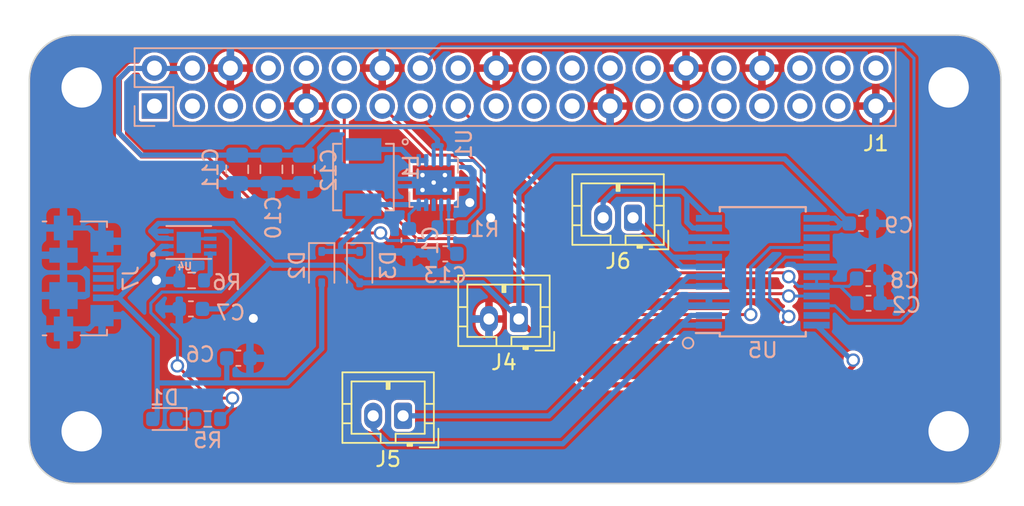
<source format=kicad_pcb>
(kicad_pcb (version 20221018) (generator pcbnew)
  (title_block (date "15 nov 2012"))
  (layers (0 "F.Cu" signal) (31 "B.Cu" signal) (34 "B.Paste" user) (35 "F.Paste" user) (36 "B.SilkS" user "B.Silkscreen") (37 "F.SilkS" user "F.Silkscreen") (38 "B.Mask" user) (39 "F.Mask" user) (44 "Edge.Cuts" user))
  (net 0 "")
  (net 1 "GND")
  (net 2 "/GPIO2{slash}SDA1")
  (net 3 "/GPIO3{slash}SCL1")
  (net 4 "/GPIO4{slash}GPCLK0")
  (net 5 "/GPIO14{slash}TXD0")
  (net 6 "/GPIO15{slash}RXD0")
  (net 7 "/GPIO17")
  (net 8 "/GPIO18{slash}PCM.CLK")
  (net 9 "/GPIO27")
  (net 10 "/GPIO22")
  (net 11 "/GPIO23")
  (net 12 "/GPIO26")
  (net 13 "/GPIO24")
  (net 14 "/GPIO10{slash}SPI0.MOSI")
  (net 15 "/GPIO9{slash}SPI0.MISO")
  (net 16 "/GPIO25")
  (net 17 "/GPIO11{slash}SPI0.SCLK")
  (net 18 "/GPIO8{slash}SPI0.CE0")
  (net 19 "/GPIO7{slash}SPI0.CE1")
  (net 20 "/ID_SDA")
  (net 21 "/ID_SCL")
  (net 22 "/GPIO5")
  (net 23 "/GPIO6")
  (net 24 "/GPIO12{slash}PWM0")
  (net 25 "/GPIO13{slash}PWM1")
  (net 26 "/GPIO19{slash}PCM.FS")
  (net 27 "/GPIO16")
  (net 28 "/GPIO20{slash}PCM.DIN")
  (net 29 "/GPIO21{slash}PCM.DOUT")
  (net 30 "+5V")
  (net 31 "+3V3")
  (net 32 "/VBUS")
  (net 33 "+BATT")
  (net 34 "Net-(U1-SS)")
  (net 35 "Net-(D1-K)")
  (net 36 "Net-(D2-K)")
  (net 39 "/MOTORA_OUT1")
  (net 40 "/MOTORA_OUT2")
  (net 41 "/MOTORB_OUT2")
  (net 42 "/MOTORB_OUT1")
  (net 43 "Net-(L1-Pad2)")
  (net 44 "Net-(U1-PG)")
  (net 45 "Net-(U4-STAT)")
  (net 46 "Net-(U4-PROG)")
  (footprint "Connector_JST:JST_PH_B2B-PH-K_1x02_P2.00mm_Vertical" (layer "F.Cu") (at 125.003 95.47 180)
    (fp_text reference "J5" (at 1 -2.9) (layer "F.SilkS"))
    (fp_text value "Conn_01x02")
    (pad "1" thru_hole roundrect (at 0 0 180) (size 1.2 1.75) (drill 0.75) (layers "*.Cu" "*.Mask") (roundrect_rratio 0.2083333333) (net 39 "/MOTORA_OUT1"))
    (pad "2" thru_hole oval (at 2 0 180) (size 1.2 1.75) (drill 0.75) (layers "*.Cu" "*.Mask") (net 40 "/MOTORA_OUT2"))
  )
  (footprint "MountingHole:MountingHole_2.7mm_M2.5" (layer "F.Cu") (at 161.5 73.5)
    (fp_text reference "MH2" hide)
    (fp_text value "MountingHole_2.7mm_M2.5" hide)
    (pad "" np_thru_hole circle locked (at 0 0) (size 2.7 2.7) (drill 2.7) (layers "*.Cu" "*.Mask"))
  )
  (footprint "Connector_JST:JST_PH_B2B-PH-K_1x02_P2.00mm_Vertical" (layer "F.Cu") (at 140.386 82.22 180)
    (fp_text reference "J6" (at 1 -2.9) (layer "F.SilkS"))
    (fp_text value "Conn_01x02")
    (pad "1" thru_hole roundrect (at 0 0 180) (size 1.2 1.75) (drill 0.75) (layers "*.Cu" "*.Mask") (roundrect_rratio 0.2083333333) (net 41 "/MOTORB_OUT2"))
    (pad "2" thru_hole oval (at 2 0 180) (size 1.2 1.75) (drill 0.75) (layers "*.Cu" "*.Mask") (net 42 "/MOTORB_OUT1"))
  )
  (footprint "MountingHole:MountingHole_2.7mm_M2.5" (layer "F.Cu") (at 103.5 96.5)
    (fp_text reference "MH3" hide)
    (fp_text value "MountingHole_2.7mm_M2.5" hide)
    (pad "" np_thru_hole circle locked (at 0 0) (size 2.7 2.7) (drill 2.7) (layers "*.Cu" "*.Mask"))
  )
  (footprint "MountingHole:MountingHole_2.7mm_M2.5" (layer "F.Cu") (at 103.5 73.5)
    (fp_text reference "MH1" hide)
    (fp_text value "MountingHole_2.7mm_M2.5" hide)
    (pad "" np_thru_hole circle locked (at 0 0) (size 2.7 2.7) (drill 2.7) (layers "*.Cu" "*.Mask"))
  )
  (footprint "Connector_JST:JST_PH_B2B-PH-K_1x02_P2.00mm_Vertical" (layer "F.Cu") (at 132.75 88.993 180)
    (fp_text reference "J4" (at 1 -2.9) (layer "F.SilkS"))
    (fp_text value "Conn_01x02")
    (pad "1" thru_hole roundrect (at 0 0 180) (size 1.2 1.75) (drill 0.75) (layers "*.Cu" "*.Mask") (roundrect_rratio 0.2083333333) (net 33 "+BATT"))
    (pad "2" thru_hole oval (at 2 0 180) (size 1.2 1.75) (drill 0.75) (layers "*.Cu" "*.Mask") (net 1 "GND"))
  )
  (footprint "MountingHole:MountingHole_2.7mm_M2.5" (layer "F.Cu") (at 161.5 96.5)
    (fp_text reference "MH4" hide)
    (fp_text value "MountingHole_2.7mm_M2.5" hide)
    (pad "" np_thru_hole circle locked (at 0 0) (size 2.7 2.7) (drill 2.7) (layers "*.Cu" "*.Mask"))
  )
  (footprint "Connector_PinSocket_2.54mm:PinSocket_2x20_P2.54mm_Vertical" (layer "B.Cu") (at 108.37 74.747 -90)
    (fp_text reference "J1" (at 2.5 -48.26 -180) (layer "F.SilkS"))
    (fp_text value "GPIO")
    (pad "1" thru_hole rect (at 0 0 270) (size 1.7 1.7) (drill 1) (layers "*.Cu" "*.Mask"))
    (pad "2" thru_hole oval (at -2.54 0 270) (size 1.7 1.7) (drill 1) (layers "*.Cu" "*.Mask") (net 30 "+5V"))
    (pad "3" thru_hole oval (at 0 -2.54 270) (size 1.7 1.7) (drill 1) (layers "*.Cu" "*.Mask") (net 2 "/GPIO2{slash}SDA1"))
    (pad "4" thru_hole oval (at -2.54 -2.54 270) (size 1.7 1.7) (drill 1) (layers "*.Cu" "*.Mask") (net 30 "+5V"))
    (pad "5" thru_hole oval (at 0 -5.08 270) (size 1.7 1.7) (drill 1) (layers "*.Cu" "*.Mask") (net 3 "/GPIO3{slash}SCL1"))
    (pad "6" thru_hole oval (at -2.54 -5.08 270) (size 1.7 1.7) (drill 1) (layers "*.Cu" "*.Mask") (net 1 "GND"))
    (pad "7" thru_hole oval (at 0 -7.62 270) (size 1.7 1.7) (drill 1) (layers "*.Cu" "*.Mask") (net 4 "/GPIO4{slash}GPCLK0"))
    (pad "8" thru_hole oval (at -2.54 -7.62 270) (size 1.7 1.7) (drill 1) (layers "*.Cu" "*.Mask") (net 5 "/GPIO14{slash}TXD0"))
    (pad "9" thru_hole oval (at 0 -10.16 270) (size 1.7 1.7) (drill 1) (layers "*.Cu" "*.Mask") (net 1 "GND"))
    (pad "10" thru_hole oval (at -2.54 -10.16 270) (size 1.7 1.7) (drill 1) (layers "*.Cu" "*.Mask") (net 6 "/GPIO15{slash}RXD0"))
    (pad "11" thru_hole oval (at 0 -12.7 270) (size 1.7 1.7) (drill 1) (layers "*.Cu" "*.Mask") (net 7 "/GPIO17"))
    (pad "12" thru_hole oval (at -2.54 -12.7 270) (size 1.7 1.7) (drill 1) (layers "*.Cu" "*.Mask") (net 8 "/GPIO18{slash}PCM.CLK"))
    (pad "13" thru_hole oval (at 0 -15.24 270) (size 1.7 1.7) (drill 1) (layers "*.Cu" "*.Mask") (net 9 "/GPIO27"))
    (pad "14" thru_hole oval (at -2.54 -15.24 270) (size 1.7 1.7) (drill 1) (layers "*.Cu" "*.Mask") (net 1 "GND"))
    (pad "15" thru_hole oval (at 0 -17.78 270) (size 1.7 1.7) (drill 1) (layers "*.Cu" "*.Mask") (net 10 "/GPIO22"))
    (pad "16" thru_hole oval (at -2.54 -17.78 270) (size 1.7 1.7) (drill 1) (layers "*.Cu" "*.Mask") (net 11 "/GPIO23"))
    (pad "17" thru_hole oval (at 0 -20.32 270) (size 1.7 1.7) (drill 1) (layers "*.Cu" "*.Mask") (net 31 "+3V3"))
    (pad "18" thru_hole oval (at -2.54 -20.32 270) (size 1.7 1.7) (drill 1) (layers "*.Cu" "*.Mask") (net 13 "/GPIO24"))
    (pad "19" thru_hole oval (at 0 -22.86 270) (size 1.7 1.7) (drill 1) (layers "*.Cu" "*.Mask") (net 14 "/GPIO10{slash}SPI0.MOSI"))
    (pad "20" thru_hole oval (at -2.54 -22.86 270) (size 1.7 1.7) (drill 1) (layers "*.Cu" "*.Mask") (net 1 "GND"))
    (pad "21" thru_hole oval (at 0 -25.4 270) (size 1.7 1.7) (drill 1) (layers "*.Cu" "*.Mask") (net 15 "/GPIO9{slash}SPI0.MISO"))
    (pad "22" thru_hole oval (at -2.54 -25.4 270) (size 1.7 1.7) (drill 1) (layers "*.Cu" "*.Mask") (net 16 "/GPIO25"))
    (pad "23" thru_hole oval (at 0 -27.94 270) (size 1.7 1.7) (drill 1) (layers "*.Cu" "*.Mask") (net 17 "/GPIO11{slash}SPI0.SCLK"))
    (pad "24" thru_hole oval (at -2.54 -27.94 270) (size 1.7 1.7) (drill 1) (layers "*.Cu" "*.Mask") (net 18 "/GPIO8{slash}SPI0.CE0"))
    (pad "25" thru_hole oval (at 0 -30.48 270) (size 1.7 1.7) (drill 1) (layers "*.Cu" "*.Mask") (net 1 "GND"))
    (pad "26" thru_hole oval (at -2.54 -30.48 270) (size 1.7 1.7) (drill 1) (layers "*.Cu" "*.Mask") (net 19 "/GPIO7{slash}SPI0.CE1"))
    (pad "27" thru_hole oval (at 0 -33.02 270) (size 1.7 1.7) (drill 1) (layers "*.Cu" "*.Mask") (net 20 "/ID_SDA"))
    (pad "28" thru_hole oval (at -2.54 -33.02 270) (size 1.7 1.7) (drill 1) (layers "*.Cu" "*.Mask") (net 21 "/ID_SCL"))
    (pad "29" thru_hole oval (at 0 -35.56 270) (size 1.7 1.7) (drill 1) (layers "*.Cu" "*.Mask") (net 22 "/GPIO5"))
    (pad "30" thru_hole oval (at -2.54 -35.56 270) (size 1.7 1.7) (drill 1) (layers "*.Cu" "*.Mask") (net 1 "GND"))
    (pad "31" thru_hole oval (at 0 -38.1 270) (size 1.7 1.7) (drill 1) (layers "*.Cu" "*.Mask") (net 23 "/GPIO6"))
    (pad "32" thru_hole oval (at -2.54 -38.1 270) (size 1.7 1.7) (drill 1) (layers "*.Cu" "*.Mask"))
    (pad "33" thru_hole oval (at 0 -40.64 270) (size 1.7 1.7) (drill 1) (layers "*.Cu" "*.Mask"))
    (pad "34" thru_hole oval (at -2.54 -40.64 270) (size 1.7 1.7) (drill 1) (layers "*.Cu" "*.Mask") (net 1 "GND"))
    (pad "35" thru_hole oval (at 0 -43.18 270) (size 1.7 1.7) (drill 1) (layers "*.Cu" "*.Mask") (net 26 "/GPIO19{slash}PCM.FS"))
    (pad "36" thru_hole oval (at -2.54 -43.18 270) (size 1.7 1.7) (drill 1) (layers "*.Cu" "*.Mask") (net 27 "/GPIO16"))
    (pad "37" thru_hole oval (at 0 -45.72 270) (size 1.7 1.7) (drill 1) (layers "*.Cu" "*.Mask") (net 12 "/GPIO26"))
    (pad "38" thru_hole oval (at -2.54 -45.72 270) (size 1.7 1.7) (drill 1) (layers "*.Cu" "*.Mask") (net 28 "/GPIO20{slash}PCM.DIN"))
    (pad "39" thru_hole oval (at 0 -48.26 270) (size 1.7 1.7) (drill 1) (layers "*.Cu" "*.Mask") (net 1 "GND"))
    (pad "40" thru_hole oval (at -2.54 -48.26 270) (size 1.7 1.7) (drill 1) (layers "*.Cu" "*.Mask") (net 29 "/GPIO21{slash}PCM.DOUT"))
  )
  (footprint "LED_SMD:LED_0603_1608Metric" (layer "B.Cu") (at 109.04 95.682 180)
    (fp_text reference "D1" (at 0 1.43) (layer "B.SilkS") (effects (justify mirror)))
    (fp_text value "LED")
    (pad "1" smd roundrect (at -0.7875 0 180) (size 0.875 0.95) (layers "B.Cu" "B.Paste" "B.Mask") (net 35 "Net-(D1-K)"))
    (pad "2" smd roundrect (at 0.7875 0 180) (size 0.875 0.95) (layers "B.Cu" "B.Paste" "B.Mask") (net 32 "/VBUS"))
  )
  (footprint "Capacitor_SMD:C_0603_1608Metric" (layer "B.Cu") (at 125.4 83.731 90)
    (fp_text reference "C1" (at 0 1.43 90) (layer "B.SilkS") (effects (justify mirror)))
    (fp_text value "22u")
    (pad "1" smd roundrect (at -0.775 0 90) (size 0.9 0.95) (layers "B.Cu" "B.Paste" "B.Mask") (net 1 "GND"))
    (pad "2" smd roundrect (at 0.775 0 90) (size 0.9 0.95) (layers "B.Cu" "B.Paste" "B.Mask") (net 36 "Net-(D2-K)"))
  )
  (footprint "Resistor_SMD:R_0603_1608Metric" (layer "B.Cu") (at 128.131 82.855 180)
    (fp_text reference "R1" (at -2.349 -0.127) (layer "B.SilkS") (effects (justify mirror)))
    (fp_text value "1M")
    (pad "1" smd roundrect (at -0.825 0 180) (size 0.8 0.95) (layers "B.Cu" "B.Paste" "B.Mask") (net 44 "Net-(U1-PG)"))
    (pad "2" smd roundrect (at 0.825 0 180) (size 0.8 0.95) (layers "B.Cu" "B.Paste" "B.Mask") (net 30 "+5V"))
  )
  (footprint "Capacitor_SMD:C_0805_2012Metric" (layer "B.Cu") (at 118.3515 78.979 90)
    (fp_text reference "C12" (at -0.061 1.68 90) (layer "B.SilkS") (effects (justify mirror)))
    (fp_text value "22u")
    (pad "1" smd roundrect (at -0.95 0 90) (size 1 1.45) (layers "B.Cu" "B.Paste" "B.Mask") (net 1 "GND"))
    (pad "2" smd roundrect (at 0.95 0 90) (size 1 1.45) (layers "B.Cu" "B.Paste" "B.Mask") (net 30 "+5V"))
  )
  (footprint "Connector_USB:USB_Micro-B_Molex_47346-0001" (layer "B.Cu") (at 103.486 86.277 90)
    (fp_text reference "J7" (at 0 3.3 90) (layer "B.SilkS") (effects (justify mirror)))
    (fp_text value "USB_B_Micro")
    (pad "1" smd rect (at -1.3 1.46 90) (size 0.45 1.38) (layers "B.Cu" "B.Paste" "B.Mask") (net 32 "/VBUS"))
    (pad "2" smd rect (at -0.65 1.46 90) (size 0.45 1.38) (layers "B.Cu" "B.Paste" "B.Mask"))
    (pad "3" smd rect (at 0 1.46 90) (size 0.45 1.38) (layers "B.Cu" "B.Paste" "B.Mask"))
    (pad "4" smd rect (at 0.65 1.46 90) (size 0.45 1.38) (layers "B.Cu" "B.Paste" "B.Mask"))
    (pad "5" smd rect (at 1.3 1.46 90) (size 0.45 1.38) (layers "B.Cu" "B.Paste" "B.Mask") (net 1 "GND"))
    (pad "6" smd rect (at -3.375 -1.2 90) (size 1.65 1.3) (layers "B.Cu" "B.Paste" "B.Mask") (net 1 "GND"))
    (pad "6" smd rect (at -2.4875 1.375 90) (size 1.425 1.55) (layers "B.Cu" "B.Paste" "B.Mask") (net 1 "GND"))
    (pad "6" smd rect (at -1.15 -1.2 90) (size 1.8 1.9) (layers "B.Cu" "B.Paste" "B.Mask") (net 1 "GND"))
    (pad "6" smd rect (at 1.55 -1.2 90) (size 1 1.9) (layers "B.Cu" "B.Paste" "B.Mask") (net 1 "GND"))
    (pad "6" smd rect (at 2.4875 1.375 90) (size 1.425 1.55) (layers "B.Cu" "B.Paste" "B.Mask") (net 1 "GND"))
    (pad "6" smd rect (at 3.375 -1.2 90) (size 1.65 1.3) (layers "B.Cu" "B.Paste" "B.Mask") (net 1 "GND"))
  )
  (footprint "Diode_SMD:D_SOD-323" (layer "B.Cu") (at 122.098 85.522 -90)
    (fp_text reference "D3" (at -0.127 -1.905 90) (layer "B.SilkS") (effects (justify mirror)))
    (fp_text value "D_Schottky")
    (pad "1" smd roundrect (at -1.05 0 270) (size 0.6 0.45) (layers "B.Cu" "B.Paste" "B.Mask") (net 36 "Net-(D2-K)"))
    (pad "2" smd roundrect (at 1.05 0 270) (size 0.6 0.45) (layers "B.Cu" "B.Paste" "B.Mask") (net 33 "+BATT"))
  )
  (footprint "Package_SON:Texas_S-PVSON-N10_ThermalVias" (layer "B.Cu") (at 127.051 79.865 -90)
    (fp_text reference "U1" (at -2.598 -2.032 -270) (layer "B.SilkS") (effects (justify mirror)))
    (fp_text value "TPS61232DRC")
    (pad "1" smd rect (at -1.76 1 270) (size 0.28 0.28) (layers "B.Cu" "B.Paste" "B.Mask") (net 43 "Net-(L1-Pad2)"))
    (pad "1" smd oval (at -1.475 1 270) (size 0.85 0.28) (layers "B.Cu" "B.Paste" "B.Mask") (net 43 "Net-(L1-Pad2)"))
    (pad "2" smd rect (at -1.76 0.5 270) (size 0.28 0.28) (layers "B.Cu" "B.Paste" "B.Mask") (net 43 "Net-(L1-Pad2)"))
    (pad "2" smd oval (at -1.475 0.5 270) (size 0.85 0.28) (layers "B.Cu" "B.Paste" "B.Mask") (net 43 "Net-(L1-Pad2)"))
    (pad "3" smd rect (at -1.76 0 270) (size 0.28 0.28) (layers "B.Cu" "B.Paste" "B.Mask") (net 30 "+5V"))
    (pad "3" smd oval (at -1.475 0 270) (size 0.85 0.28) (layers "B.Cu" "B.Paste" "B.Mask") (net 30 "+5V"))
    (pad "4" smd rect (at -1.76 -0.5 270) (size 0.28 0.28) (layers "B.Cu" "B.Paste" "B.Mask") (net 30 "+5V"))
    (pad "4" smd oval (at -1.475 -0.5 270) (size 0.85 0.28) (layers "B.Cu" "B.Paste" "B.Mask") (net 30 "+5V"))
    (pad "5" smd rect (at -1.76 -1 270) (size 0.28 0.28) (layers "B.Cu" "B.Paste" "B.Mask") (net 44 "Net-(U1-PG)"))
    (pad "5" smd oval (at -1.475 -1 270) (size 0.85 0.28) (layers "B.Cu" "B.Paste" "B.Mask") (net 44 "Net-(U1-PG)"))
    (pad "6" smd oval (at 1.475 -1 270) (size 0.85 0.28) (layers "B.Cu" "B.Paste" "B.Mask") (net 34 "Net-(U1-SS)"))
    (pad "6" smd rect (at 1.76 -1 270) (size 0.28 0.28) (layers "B.Cu" "B.Paste" "B.Mask") (net 34 "Net-(U1-SS)"))
    (pad "7" smd oval (at 1.475 -0.5 270) (size 0.85 0.28) (layers "B.Cu" "B.Paste" "B.Mask") (net 30 "+5V"))
    (pad "7" smd rect (at 1.76 -0.5 270) (size 0.28 0.28) (layers "B.Cu" "B.Paste" "B.Mask") (net 30 "+5V"))
    (pad "8" smd oval (at 1.475 0 270) (size 0.85 0.28) (layers "B.Cu" "B.Paste" "B.Mask"))
    (pad "8" smd rect (at 1.76 0 270) (size 0.28 0.28) (layers "B.Cu" "B.Paste" "B.Mask"))
    (pad "9" smd oval (at 1.475 0.5 270) (size 0.85 0.28) (layers "B.Cu" "B.Paste" "B.Mask") (net 36 "Net-(D2-K)"))
    (pad "9" smd rect (at 1.76 0.5 270) (size 0.28 0.28) (layers "B.Cu" "B.Paste" "B.Mask") (net 36 "Net-(D2-K)"))
    (pad "10" smd oval (at 1.475 1 270) (size 0.85 0.28) (layers "B.Cu" "B.Paste" "B.Mask") (net 36 "Net-(D2-K)"))
    (pad "10" smd rect (at 1.76 1 270) (size 0.28 0.28) (layers "B.Cu" "B.Paste" "B.Mask") (net 36 "Net-(D2-K)"))
    (pad "11" thru_hole circle (at -0.5 -0.75 270) (size 0.6 0.6) (drill 0.3) (layers "*.Cu" "*.Mask") (net 1 "GND"))
    (pad "11" thru_hole circle (at -0.5 0.75 270) (size 0.6 0.6) (drill 0.3) (layers "*.Cu" "*.Mask") (net 1 "GND"))
    (pad "11" smd rect (at -0.45 -0.635 270) (size 0.68 1.05) (layers "B.Cu" "B.Paste" "B.Mask") (net 1 "GND"))
    (pad "11" smd rect (at -0.45 0.635 270) (size 0.68 1.05) (layers "B.Cu" "B.Paste" "B.Mask") (net 1 "GND"))
    (pad "11" smd rect (at -0.25 -1.63 270) (size 0.26 0.5) (layers "B.Cu" "B.Paste" "B.Mask") (net 1 "GND"))
    (pad "11" smd rect (at -0.25 -1.55 270) (size 0.28 0.7) (layers "B.Cu" "B.Mask") (net 1 "GND"))
    (pad "11" smd rect (at -0.25 1.55 270) (size 0.28 0.7) (layers "B.Cu" "B.Mask") (net 1 "GND"))
    (pad "11" smd rect (at -0.25 1.63 270) (size 0.26 0.5) (layers "B.Cu" "B.Paste" "B.Mask") (net 1 "GND"))
    (pad "11" thru_hole circle (at 0 0 270) (size 0.6 0.6) (drill 0.3) (layers "*.Cu" "*.Mask") (net 1 "GND"))
    (pad "11" smd rect (at 0 0 270) (size 1.65 2.4) (layers "B.Cu" "B.Mask") (net 1 "GND"))
    (pad "11" smd rect (at 0 0 270) (size 2.3 2.8) (layers "F.Cu") (net 1 "GND"))
    (pad "11" smd rect (at 0.25 -1.63 270) (size 0.26 0.5) (layers "B.Cu" "B.Paste" "B.Mask") (net 1 "GND"))
    (pad "11" smd rect (at 0.25 -1.55 270) (size 0.28 0.7) (layers "B.Cu" "B.Mask") (net 1 "GND"))
    (pad "11" smd rect (at 0.25 1.55 270) (size 0.28 0.7) (layers "B.Cu" "B.Mask") (net 1 "GND"))
    (pad "11" smd rect (at 0.25 1.63 270) (size 0.26 0.5) (layers "B.Cu" "B.Paste" "B.Mask") (net 1 "GND"))
    (pad "11" smd rect (at 0.45 -0.635 270) (size 0.68 1.05) (layers "B.Cu" "B.Paste" "B.Mask") (net 1 "GND"))
    (pad "11" smd rect (at 0.45 0.635 270) (size 0.68 1.05) (layers "B.Cu" "B.Paste" "B.Mask") (net 1 "GND"))
    (pad "11" thru_hole circle (at 0.5 -0.75 270) (size 0.6 0.6) (drill 0.3) (layers "*.Cu" "*.Mask") (net 1 "GND"))
    (pad "11" thru_hole circle (at 0.5 0.75 270) (size 0.6 0.6) (drill 0.3) (layers "*.Cu" "*.Mask") (net 1 "GND"))
  )
  (footprint "Resistor_SMD:R_0603_1608Metric" (layer "B.Cu") (at 111.938 95.682)
    (fp_text reference "R5" (at 0 1.43) (layer "B.SilkS") (effects (justify mirror)))
    (fp_text value "470R")
    (pad "1" smd roundrect (at -0.825 0) (size 0.8 0.95) (layers "B.Cu" "B.Paste" "B.Mask") (net 35 "Net-(D1-K)"))
    (pad "2" smd roundrect (at 0.825 0) (size 0.8 0.95) (layers "B.Cu" "B.Paste" "B.Mask") (net 45 "Net-(U4-STAT)"))
  )
  (footprint "Package_SO:SSOP-24_5.3x8.2mm_P0.65mm" (layer "B.Cu") (at 149.066 85.832)
    (fp_text reference "U5" (at 0 5.25) (layer "B.SilkS") (effects (justify mirror)))
    (fp_text value "TB6612FNG")
    (pad "1" smd rect (at -3.6 3.575) (size 1.75 0.45) (layers "B.Cu" "B.Paste" "B.Mask") (net 40 "/MOTORA_OUT2"))
    (pad "2" smd rect (at -3.6 2.925) (size 1.75 0.45) (layers "B.Cu" "B.Paste" "B.Mask") (net 40 "/MOTORA_OUT2"))
    (pad "3" smd rect (at -3.6 2.275) (size 1.75 0.45) (layers "B.Cu" "B.Paste" "B.Mask") (net 1 "GND"))
    (pad "4" smd rect (at -3.6 1.625) (size 1.75 0.45) (layers "B.Cu" "B.Paste" "B.Mask") (net 1 "GND"))
    (pad "5" smd rect (at -3.6 0.975) (size 1.75 0.45) (layers "B.Cu" "B.Paste" "B.Mask") (net 39 "/MOTORA_OUT1"))
    (pad "6" smd rect (at -3.6 0.325) (size 1.75 0.45) (layers "B.Cu" "B.Paste" "B.Mask") (net 39 "/MOTORA_OUT1"))
    (pad "7" smd rect (at -3.6 -0.325) (size 1.75 0.45) (layers "B.Cu" "B.Paste" "B.Mask") (net 41 "/MOTORB_OUT2"))
    (pad "8" smd rect (at -3.6 -0.975) (size 1.75 0.45) (layers "B.Cu" "B.Paste" "B.Mask") (net 41 "/MOTORB_OUT2"))
    (pad "9" smd rect (at -3.6 -1.625) (size 1.75 0.45) (layers "B.Cu" "B.Paste" "B.Mask") (net 1 "GND"))
    (pad "10" smd rect (at -3.6 -2.275) (size 1.75 0.45) (layers "B.Cu" "B.Paste" "B.Mask") (net 1 "GND"))
    (pad "11" smd rect (at -3.6 -2.925) (size 1.75 0.45) (layers "B.Cu" "B.Paste" "B.Mask") (net 42 "/MOTORB_OUT1"))
    (pad "12" smd rect (at -3.6 -3.575) (size 1.75 0.45) (layers "B.Cu" "B.Paste" "B.Mask") (net 42 "/MOTORB_OUT1"))
    (pad "13" smd rect (at 3.6 -3.575) (size 1.75 0.45) (layers "B.Cu" "B.Paste" "B.Mask") (net 33 "+BATT"))
    (pad "14" smd rect (at 3.6 -2.925) (size 1.75 0.45) (layers "B.Cu" "B.Paste" "B.Mask") (net 33 "+BATT"))
    (pad "15" smd rect (at 3.6 -2.275) (size 1.75 0.45) (layers "B.Cu" "B.Paste" "B.Mask") (net 25 "/GPIO13{slash}PWM1"))
    (pad "16" smd rect (at 3.6 -1.625) (size 1.75 0.45) (layers "B.Cu" "B.Paste" "B.Mask") (net 9 "/GPIO27"))
    (pad "17" smd rect (at 3.6 -0.975) (size 1.75 0.45) (layers "B.Cu" "B.Paste" "B.Mask") (net 7 "/GPIO17"))
    (pad "18" smd rect (at 3.6 -0.325) (size 1.75 0.45) (layers "B.Cu" "B.Paste" "B.Mask") (net 1 "GND"))
    (pad "19" smd rect (at 3.6 0.325) (size 1.75 0.45) (layers "B.Cu" "B.Paste" "B.Mask") (net 31 "+3V3"))
    (pad "20" smd rect (at 3.6 0.975) (size 1.75 0.45) (layers "B.Cu" "B.Paste" "B.Mask") (net 31 "+3V3"))
    (pad "21" smd rect (at 3.6 1.625) (size 1.75 0.45) (layers "B.Cu" "B.Paste" "B.Mask") (net 10 "/GPIO22"))
    (pad "22" smd rect (at 3.6 2.275) (size 1.75 0.45) (layers "B.Cu" "B.Paste" "B.Mask") (net 11 "/GPIO23"))
    (pad "23" smd rect (at 3.6 2.925) (size 1.75 0.45) (layers "B.Cu" "B.Paste" "B.Mask") (net 24 "/GPIO12{slash}PWM0"))
    (pad "24" smd rect (at 3.6 3.575) (size 1.75 0.45) (layers "B.Cu" "B.Paste" "B.Mask") (net 33 "+BATT"))
  )
  (footprint "Capacitor_SMD:C_0603_1608Metric" (layer "B.Cu") (at 127.826 84.633)
    (fp_text reference "C13" (at 0 1.43 180) (layer "B.SilkS") (effects (justify mirror)))
    (fp_text value "10n")
    (pad "1" smd roundrect (at -0.775 0) (size 0.9 0.95) (layers "B.Cu" "B.Paste" "B.Mask") (net 1 "GND"))
    (pad "2" smd roundrect (at 0.775 0) (size 0.9 0.95) (layers "B.Cu" "B.Paste" "B.Mask") (net 34 "Net-(U1-SS)"))
  )
  (footprint "Capacitor_SMD:C_0805_2012Metric" (layer "B.Cu") (at 116.1925 78.979 90)
    (fp_text reference "C10" (at -3.236 0.127 90) (layer "B.SilkS") (effects (justify mirror)))
    (fp_text value "22u")
    (pad "1" smd roundrect (at -0.95 0 90) (size 1 1.45) (layers "B.Cu" "B.Paste" "B.Mask") (net 1 "GND"))
    (pad "2" smd roundrect (at 0.95 0 90) (size 1 1.45) (layers "B.Cu" "B.Paste" "B.Mask") (net 30 "+5V"))
  )
  (footprint "Diode_SMD:D_SOD-323" (layer "B.Cu") (at 119.558 85.522 -90)
    (fp_text reference "D2" (at -0.127 1.651 90) (layer "B.SilkS") (effects (justify mirror)))
    (fp_text value "D_Schottky")
    (pad "1" smd roundrect (at -1.05 0 270) (size 0.6 0.45) (layers "B.Cu" "B.Paste" "B.Mask") (net 36 "Net-(D2-K)"))
    (pad "2" smd roundrect (at 1.05 0 270) (size 0.6 0.45) (layers "B.Cu" "B.Paste" "B.Mask") (net 32 "/VBUS"))
  )
  (footprint "Kicad_parts:IND_SRP4020TA-1R0M" (layer "B.Cu") (at 122.352 79.498 90)
    (fp_text reference "L1" (at 0.635 3.175 270) (layer "B.SilkS") (effects (justify mirror)))
    (fp_text value "1uH")
    (pad "1" smd rect (at -1.85 0 90) (size 1.5 2.4) (layers "B.Cu" "B.Paste" "B.Mask") (net 36 "Net-(D2-K)"))
    (pad "2" smd rect (at 1.85 0 90) (size 1.5 2.4) (layers "B.Cu" "B.Paste" "B.Mask") (net 43 "Net-(L1-Pad2)"))
  )
  (footprint "Capacitor_SMD:C_0603_1608Metric" (layer "B.Cu") (at 110.808 88.316 180)
    (fp_text reference "C7" (at -2.654 -0.254) (layer "B.SilkS") (effects (justify mirror)))
    (fp_text value "4.7uF")
    (pad "1" smd roundrect (at -0.775 0 180) (size 0.9 0.95) (layers "B.Cu" "B.Paste" "B.Mask") (net 33 "+BATT"))
    (pad "2" smd roundrect (at 0.775 0 180) (size 0.9 0.95) (layers "B.Cu" "B.Paste" "B.Mask") (net 1 "GND"))
  )
  (footprint "Capacitor_SMD:C_0603_1608Metric" (layer "B.Cu") (at 113.983 91.618)
    (fp_text reference "C6" (at -2.553 -0.254) (layer "B.SilkS") (effects (justify mirror)))
    (fp_text value "4.7uF")
    (pad "1" smd roundrect (at -0.775 0) (size 0.9 0.95) (layers "B.Cu" "B.Paste" "B.Mask") (net 32 "/VBUS"))
    (pad "2" smd roundrect (at 0.775 0) (size 0.9 0.95) (layers "B.Cu" "B.Paste" "B.Mask") (net 1 "GND"))
  )
  (footprint "Resistor_SMD:R_0603_1608Metric" (layer "B.Cu") (at 110.858 86.411)
    (fp_text reference "R6" (at 2.35 0.127) (layer "B.SilkS") (effects (justify mirror)))
    (fp_text value "2k")
    (pad "1" smd roundrect (at -0.825 0) (size 0.8 0.95) (layers "B.Cu" "B.Paste" "B.Mask") (net 1 "GND"))
    (pad "2" smd roundrect (at 0.825 0) (size 0.8 0.95) (layers "B.Cu" "B.Paste" "B.Mask") (net 46 "Net-(U4-PROG)"))
  )
  (footprint "Capacitor_SMD:C_0603_1608Metric" (layer "B.Cu") (at 156.147 87.935)
    (fp_text reference "C2" (at 2.527 0.127) (layer "B.SilkS") (effects (justify mirror)))
    (fp_text value "0.1uF")
    (pad "1" smd roundrect (at -0.775 0) (size 0.9 0.95) (layers "B.Cu" "B.Paste" "B.Mask") (net 31 "+3V3"))
    (pad "2" smd roundrect (at 0.775 0) (size 0.9 0.95) (layers "B.Cu" "B.Paste" "B.Mask") (net 1 "GND"))
  )
  (footprint "Kicad_parts:SON50P200X300X100-9N" (layer "B.Cu") (at 110.668 83.871)
    (fp_text reference "U4" (at -0.276 1.6048) (layer "B.SilkS") (effects (font (size 0.48 0.48)) (justify mirror)))
    (fp_text value "MCP73831-2ACI_MC")
    (pad "1" smd roundrect (at -1.435 0.75) (size 0.84 0.27) (layers "B.Cu" "B.Paste" "B.Mask") (roundrect_rratio 0.01) (net 32 "/VBUS"))
    (pad "2" smd roundrect (at -1.435 0.25) (size 0.84 0.27) (layers "B.Cu" "B.Paste" "B.Mask") (roundrect_rratio 0.01) (net 32 "/VBUS"))
    (pad "3" smd roundrect (at -1.435 -0.25) (size 0.84 0.27) (layers "B.Cu" "B.Paste" "B.Mask") (roundrect_rratio 0.01) (net 33 "+BATT"))
    (pad "4" smd roundrect (at -1.435 -0.75) (size 0.84 0.27) (layers "B.Cu" "B.Paste" "B.Mask") (roundrect_rratio 0.01) (net 33 "+BATT"))
    (pad "5" smd roundrect (at 1.435 -0.75) (size 0.84 0.27) (layers "B.Cu" "B.Paste" "B.Mask") (roundrect_rratio 0.01) (net 45 "Net-(U4-STAT)"))
    (pad "6" smd roundrect (at 1.435 -0.25) (size 0.84 0.27) (layers "B.Cu" "B.Paste" "B.Mask") (roundrect_rratio 0.01) (net 1 "GND"))
    (pad "7" smd roundrect (at 1.435 0.25) (size 0.84 0.27) (layers "B.Cu" "B.Paste" "B.Mask") (roundrect_rratio 0.01))
    (pad "8" smd roundrect (at 1.435 0.75) (size 0.84 0.27) (layers "B.Cu" "B.Paste" "B.Mask") (roundrect_rratio 0.01) (net 46 "Net-(U4-PROG)"))
    (pad "9" smd rect (at 0 0) (size 1.625 1.425) (layers "B.Cu" "B.Mask") (net 1 "GND"))
  )
  (footprint "Capacitor_SMD:C_0603_1608Metric" (layer "B.Cu") (at 155.626 82.601)
    (fp_text reference "C9" (at 2.54 0.127) (layer "B.SilkS") (effects (justify mirror)))
    (fp_text value "10uF")
    (pad "1" smd roundrect (at -0.775 0) (size 0.9 0.95) (layers "B.Cu" "B.Paste" "B.Mask") (net 33 "+BATT"))
    (pad "2" smd roundrect (at 0.775 0) (size 0.9 0.95) (layers "B.Cu" "B.Paste" "B.Mask") (net 1 "GND"))
  )
  (footprint "Capacitor_SMD:C_0603_1608Metric" (layer "B.Cu") (at 156.121 86.284)
    (fp_text reference "C8" (at 2.426 0.127) (layer "B.SilkS") (effects (justify mirror)))
    (fp_text value "10uF")
    (pad "1" smd roundrect (at -0.775 0) (size 0.9 0.95) (layers "B.Cu" "B.Paste" "B.Mask") (net 31 "+3V3"))
    (pad "2" smd roundrect (at 0.775 0) (size 0.9 0.95) (layers "B.Cu" "B.Paste" "B.Mask") (net 1 "GND"))
  )
  (footprint "Capacitor_SMD:C_0805_2012Metric" (layer "B.Cu") (at 113.9065 78.979 90)
    (fp_text reference "C11" (at 0 -1.778 90) (layer "B.SilkS") (effects (justify mirror)))
    (fp_text value "22u")
    (pad "1" smd roundrect (at -0.95 0 90) (size 1 1.45) (layers "B.Cu" "B.Paste" "B.Mask") (net 1 "GND"))
    (pad "2" smd roundrect (at 0.95 0 90) (size 1 1.45) (layers "B.Cu" "B.Paste" "B.Mask") (net 30 "+5V"))
  )
  (gr_circle (center 144.069 90.602) (end 144.323 90.856) (stroke (width 0.12)) (fill none) (layer "B.SilkS"))
  (gr_circle (center 125.146 77.14) (end 125.273 77.267) (stroke (width 0.12)) (fill none) (layer "B.SilkS"))
  (gr_arc (start 162 70) (mid 164.12132 70.87868) (end 165 73) (stroke (width 0.1)) (layer "Edge.Cuts"))
  (gr_line (start 165 97) (end 165 73) (stroke (width 0.1)) (layer "Edge.Cuts"))
  (gr_line (start 100 73) (end 100 97) (stroke (width 0.1)) (layer "Edge.Cuts"))
  (gr_arc (start 103 100) (mid 100.87868 99.12132) (end 100 97) (stroke (width 0.1)) (layer "Edge.Cuts"))
  (gr_line (start 103 100) (end 162 100) (stroke (width 0.1)) (layer "Edge.Cuts"))
  (gr_arc (start 165 97) (mid 164.12132 99.12132) (end 162 100) (stroke (width 0.1)) (layer "Edge.Cuts"))
  (gr_arc (start 100 73) (mid 100.87868 70.87868) (end 103 70) (stroke (width 0.1)) (layer "Edge.Cuts"))
  (gr_line (start 162 70) (end 103 70) (stroke (width 0.1)) (layer "Edge.Cuts"))
  (via (at 114.986 88.951) (size 0.9) (drill 0.6) (layers "F.Cu" "B.Cu") (net 1))
  (via (at 130.861 82.22) (size 0.9) (drill 0.6) (layers "F.Cu" "B.Cu") (net 1))
  (via (at 108.509 86.411) (size 0.9) (drill 0.6) (layers "F.Cu" "B.Cu") (net 1))
  (via (at 129.464 81.204) (size 0.9) (drill 0.6) (layers "F.Cu" "B.Cu") (net 1))
  (segment (start 110.668 83.871) (end 110.918 83.621) (width 0.2) (layer "B.Cu") (net 1))
  (segment (start 102.286 89.652) (end 103.9735 89.652) (width 0.35) (layer "B.Cu") (net 1))
  (segment (start 102.286 84.727) (end 102.286 82.902) (width 0.35) (layer "B.Cu") (net 1))
  (segment (start 102.286 82.902) (end 103.9735 82.902) (width 0.35) (layer "B.Cu") (net 1))
  (segment (start 103.9735 82.902) (end 104.861 83.7895) (width 0.35) (layer "B.Cu") (net 1))
  (segment (start 110.918 83.621) (end 112.103 83.621) (width 0.2) (layer "B.Cu") (net 1))
  (segment (start 103.9735 89.652) (end 104.861 88.7645) (width 0.35) (layer "B.Cu") (net 1))
  (segment (start 102.286 87.427) (end 102.286 84.727) (width 0.35) (layer "B.Cu") (net 1))
  (segment (start 102.286 89.652) (end 102.286 87.427) (width 0.35) (layer "B.Cu") (net 1))
  (segment (start 121.07 78.779) (end 121.07 74.77) (width 0.2) (layer "F.Cu") (net 7))
  (segment (start 125.908 83.617) (end 121.07 78.779) (width 0.2) (layer "F.Cu") (net 7))
  (segment (start 150.8 88.824) (end 149.276 90.348) (width 0.2) (layer "F.Cu") (net 7))
  (segment (start 130.734 83.617) (end 125.908 83.617) (width 0.2) (layer "F.Cu") (net 7))
  (segment (start 149.276 90.348) (end 137.465 90.348) (width 0.2) (layer "F.Cu") (net 7))
  (segment (start 137.465 90.348) (end 130.734 83.617) (width 0.2) (layer "F.Cu") (net 7))
  (via (at 150.8 88.824) (size 0.9) (drill 0.6) (layers "F.Cu" "B.Cu") (net 7))
  (segment (start 149.53 85.903) (end 149.53 87.554) (width 0.2) (layer "B.Cu") (net 7))
  (segment (start 149.53 87.554) (end 150.8 88.824) (width 0.2) (layer "B.Cu") (net 7))
  (segment (start 152.666 84.857) (end 150.576 84.857) (width 0.2) (layer "B.Cu") (net 7))
  (segment (start 150.576 84.857) (end 149.53 85.903) (width 0.2) (layer "B.Cu") (net 7))
  (segment (start 137.465 87.129) (end 128.365 78.029) (width 0.2) (layer "F.Cu") (net 9))
  (segment (start 128.365 78.029) (end 126.869 78.029) (width 0.2) (layer "F.Cu") (net 9))
  (segment (start 148.26 88.697) (end 137.465 88.697) (width 0.2) (layer "F.Cu") (net 9))
  (segment (start 126.869 78.029) (end 123.61 74.77) (width 0.2) (layer "F.Cu") (net 9))
  (segment (start 137.465 88.697) (end 137.465 87.129) (width 0.2) (layer "F.Cu") (net 9))
  (via (at 148.26 88.697) (size 0.9) (drill 0.6) (layers "F.Cu" "B.Cu") (net 9))
  (segment (start 149.575 84.207) (end 148.26 85.522) (width 0.2) (layer "B.Cu") (net 9))
  (segment (start 152.666 84.207) (end 149.575 84.207) (width 0.2) (layer "B.Cu") (net 9))
  (segment (start 148.26 85.522) (end 148.26 88.697) (width 0.2) (layer "B.Cu") (net 9))
  (segment (start 150.8 87.457) (end 150.643 87.3) (width 0.2) (layer "F.Cu") (net 10))
  (segment (start 150.643 87.3) (end 138.68 87.3) (width 0.2) (layer "F.Cu") (net 10))
  (segment (start 138.68 87.3) (end 126.15 74.77) (width 0.2) (layer "F.Cu") (net 10))
  (via (at 150.8 87.457) (size 0.9) (drill 0.6) (layers "F.Cu" "B.Cu") (net 10))
  (segment (start 150.8 87.457) (end 152.666 87.457) (width 0.2) (layer "B.Cu") (net 10))
  (segment (start 126.15 72.23) (end 127.59 70.79) (width 0.2) (layer "B.Cu") (net 11))
  (segment (start 159.182 88.189) (end 158.293 89.078) (width 0.2) (layer "B.Cu") (net 11))
  (segment (start 154.864 89.078) (end 153.893 88.107) (width 0.2) (layer "B.Cu") (net 11))
  (segment (start 158.293 89.078) (end 154.864 89.078) (width 0.2) (layer "B.Cu") (net 11))
  (segment (start 153.893 88.107) (end 152.666 88.107) (width 0.2) (layer "B.Cu") (net 11))
  (segment (start 158.42 70.79) (end 159.182 71.552) (width 0.2) (layer "B.Cu") (net 11))
  (segment (start 127.59 70.79) (end 158.42 70.79) (width 0.2) (layer "B.Cu") (net 11))
  (segment (start 159.182 71.552) (end 159.182 88.189) (width 0.2) (layer "B.Cu") (net 11))
  (segment (start 107.493 78.156) (end 106.096 76.759) (width 0.2) (layer "F.Cu") (net 30))
  (segment (start 106.096 72.949) (end 106.838 72.207) (width 0.2) (layer "F.Cu") (net 30))
  (segment (start 106.838 72.207) (end 108.37 72.207) (width 0.2) (layer "F.Cu") (net 30))
  (segment (start 106.096 76.759) (end 106.096 72.949) (width 0.2) (layer "F.Cu") (net 30))
  (segment (start 111.938 78.156) (end 107.493 78.156) (width 0.2) (layer "F.Cu") (net 30))
  (segment (start 117.018 83.236) (end 111.938 78.156) (width 0.2) (layer "F.Cu") (net 30))
  (segment (start 123.495 83.236) (end 117.018 83.236) (width 0.2) (layer "F.Cu") (net 30))
  (via (at 123.495 83.236) (size 0.9) (drill 0.6) (layers "F.Cu" "B.Cu") (net 30))
  (segment (start 127.306 82.855) (end 126.417 83.744) (width 0.2) (layer "B.Cu") (net 30))
  (segment (start 113.9065 78.029) (end 107.493 78.029) (width 0.35) (layer "B.Cu") (net 30))
  (segment (start 118.3515 77.8385) (end 120.066 76.124) (width 0.35) (layer "B.Cu") (net 30))
  (segment (start 127.551 77.402) (end 127.559 77.394) (width 0.25) (layer "B.Cu") (net 30))
  (segment (start 106.688 72.23) (end 110.91 72.23) (width 0.35) (layer "B.Cu") (net 30))
  (segment (start 127.551 81.34) (end 127.551 82.61) (width 0.2) (layer "B.Cu") (net 30))
  (segment (start 124.003 83.744) (end 123.495 83.236) (width 0.2) (layer "B.Cu") (net 30))
  (segment (start 127.551 82.61) (end 127.306 82.855) (width 0.2) (layer "B.Cu") (net 30))
  (segment (start 127.051 78.39) (end 127.051 77.394) (width 0.25) (layer "B.Cu") (net 30))
  (segment (start 118.3515 78.029) (end 113.9065 78.029) (width 0.35) (layer "B.Cu") (net 30))
  (segment (start 105.969 72.949) (end 106.688 72.23) (width 0.35) (layer "B.Cu") (net 30))
  (segment (start 126.417 83.744) (end 124.003 83.744) (width 0.2) (layer "B.Cu") (net 30))
  (segment (start 127.551 78.105) (end 127.551 77.402) (width 0.25) (layer "B.Cu") (net 30))
  (segment (start 127.305 77.013) (end 127.305 77.394) (width 0.35) (layer "B.Cu") (net 30))
  (segment (start 118.3515 78.029) (end 118.3515 77.8385) (width 0.35) (layer "B.Cu") (net 30))
  (segment (start 126.416 76.124) (end 127.305 77.013) (width 0.35) (layer "B.Cu") (net 30))
  (segment (start 127.051 77.394) (end 127.305 77.394) (width 0.35) (layer "B.Cu") (net 30))
  (segment (start 105.969 76.505) (end 105.969 72.949) (width 0.35) (layer "B.Cu") (net 30))
  (segment (start 120.066 76.124) (end 126.416 76.124) (width 0.35) (layer "B.Cu") (net 30))
  (segment (start 107.493 78.029) (end 105.969 76.505) (width 0.35) (layer "B.Cu") (net 30))
  (segment (start 127.305 77.394) (end 127.559 77.394) (width 0.35) (layer "B.Cu") (net 30))
  (segment (start 150.8 86.157) (end 150.546 85.903) (width 0.2) (layer "F.Cu") (net 31))
  (segment (start 139.823 85.903) (end 128.69 74.77) (width 0.2) (layer "F.Cu") (net 31))
  (segment (start 150.546 85.903) (end 139.823 85.903) (width 0.2) (layer "F.Cu") (net 31))
  (via (at 150.8 86.157) (size 0.9) (drill 0.6) (layers "F.Cu" "B.Cu") (net 31))
  (segment (start 152.666 86.807) (end 154.244 86.807) (width 0.2) (layer "B.Cu") (net 31))
  (segment (start 154.244 86.807) (end 155.372 87.935) (width 0.2) (layer "B.Cu") (net 31))
  (segment (start 154.823 86.807) (end 155.346 86.284) (width 0.2) (layer "B.Cu") (net 31))
  (segment (start 151.45 86.807) (end 152.666 86.807) (width 0.2) (layer "B.Cu") (net 31))
  (segment (start 150.8 86.157) (end 151.45 86.807) (width 0.2) (layer "B.Cu") (net 31))
  (segment (start 152.666 86.807) (end 154.823 86.807) (width 0.2) (layer "B.Cu") (net 31))
  (segment (start 152.666 86.807) (end 152.666 86.157) (width 0.2) (layer "B.Cu") (net 31))
  (segment (start 104.946 87.577) (end 105.986 87.577) (width 0.35) (layer "B.Cu") (net 32))
  (segment (start 113.208 93.269) (end 117.272 93.269) (width 0.35) (layer "B.Cu") (net 32))
  (segment (start 108.555 93.269) (end 108.555 95.682) (width 0.35) (layer "B.Cu") (net 32))
  (segment (start 117.272 93.269) (end 119.558 90.983) (width 0.35) (layer "B.Cu") (net 32))
  (segment (start 113.208 91.618) (end 113.208 93.269) (width 0.35) (layer "B.Cu") (net 32))
  (segment (start 105.986 87.577) (end 108.555 90.146) (width 0.35) (layer "B.Cu") (net 32))
  (segment (start 109.233 84.621) (end 108.394 84.621) (width 0.35) (layer "B.Cu") (net 32))
  (segment (start 108.555 90.146) (end 108.555 93.269) (width 0.35) (layer "B.Cu") (net 32))
  (segment (start 108.255 84.76) (end 108.884 84.131) (width 0.35) (layer "B.Cu") (net 32))
  (segment (start 108.394 84.621) (end 108.255 84.76) (width 0.35) (layer "B.Cu") (net 32))
  (segment (start 108.884 84.131) (end 109.233 84.131) (width 0.35) (layer "B.Cu") (net 32))
  (segment (start 108.555 93.269) (end 113.208 93.269) (width 0.35) (layer "B.Cu") (net 32))
  (segment (start 108.255 85.308) (end 108.255 84.76) (width 0.35) (layer "B.Cu") (net 32))
  (segment (start 105.986 87.577) (end 108.255 85.308) (width 0.35) (layer "B.Cu") (net 32))
  (segment (start 119.558 90.983) (end 119.558 86.572) (width 0.35) (layer "B.Cu") (net 32))
  (segment (start 137.153 93.396) (end 151.943 93.396) (width 0.35) (layer "F.Cu") (net 33))
  (segment (start 132.75 88.993) (end 137.153 93.396) (width 0.35) (layer "F.Cu") (net 33))
  (segment (start 155.118 92.126) (end 155.118 91.745) (width 0.35) (layer "F.Cu") (net 33))
  (segment (start 151.943 93.396) (end 153.848 93.396) (width 0.35) (layer "F.Cu") (net 33))
  (segment (start 153.848 93.396) (end 155.118 92.126) (width 0.35) (layer "F.Cu") (net 33))
  (via (at 155.118 91.745) (size 0.9) (drill 0.6) (layers "F.Cu" "B.Cu") (net 33))
  (segment (start 113.589 82.601) (end 113.589 82.668673) (width 0.35) (layer "B.Cu") (net 33))
  (segment (start 108.128 83.109) (end 108.14 83.121) (width 0.35) (layer "B.Cu") (net 33))
  (segment (start 108.636 82.601) (end 108.128 83.109) (width 0.35) (layer "B.Cu") (net 33))
  (segment (start 155.118 91.745) (end 155.004 91.745) (width 0.35) (layer "B.Cu") (net 33))
  (segment (start 108.128 83.109) (end 108.6 83.581) (width 0.35) (layer "B.Cu") (net 33))
  (segment (start 132.75 88.993) (end 132.75 80.585) (width 0.35) (layer "B.Cu") (net 33))
  (segment (start 132.75 80.585) (end 135.052 78.283) (width 0.35) (layer "B.Cu") (net 33))
  (segment (start 154.356 82.601) (end 154.05 82.907) (width 0.35) (layer "B.Cu") (net 33))
  (segment (start 150.533 78.283) (end 154.851 82.601) (width 0.35) (layer "B.Cu") (net 33))
  (segment (start 116.095164 85.174836) (end 116.315328 85.395) (width 0.35) (layer "B.Cu") (net 33))
  (segment (start 130.329 86.572) (end 132.75 88.993) (width 0.35) (layer "B.Cu") (net 33))
  (segment (start 120.921 85.395) (end 122.098 86.572) (width 0.35) (layer "B.Cu") (net 33))
  (segment (start 113.589 82.668673) (end 116.095164 85.174836) (width 0.35) (layer "B.Cu") (net 33))
  (segment (start 155.004 91.745) (end 152.666 89.407) (width 0.35) (layer "B.Cu") (net 33))
  (segment (start 108.6 83.581) (end 109.233 83.581) (width 0.35) (layer "B.Cu") (net 33))
  (segment (start 135.052 78.283) (end 150.533 78.283) (width 0.35) (layer "B.Cu") (net 33))
  (segment (start 154.229 82.601) (end 153.885 82.257) (width 0.35) (layer "B.Cu") (net 33))
  (segment (start 112.954 88.316) (end 116.095164 85.174836) (width 0.35) (layer "B.Cu") (net 33))
  (segment (start 122.098 86.572) (end 130.329 86.572) (width 0.35) (layer "B.Cu") (net 33))
  (segment (start 154.851 82.601) (end 154.229 82.601) (width 0.35) (layer "B.Cu") (net 33))
  (segment (start 113.589 82.601) (end 108.636 82.601) (width 0.35) (layer "B.Cu") (net 33))
  (segment (start 108.14 83.121) (end 109.233 83.121) (width 0.35) (layer "B.Cu") (net 33))
  (segment (start 154.05 82.907) (end 152.666 82.907) (width 0.35) (layer "B.Cu") (net 33))
  (segment (start 111.583 88.316) (end 112.954 88.316) (width 0.35) (layer "B.Cu") (net 33))
  (segment (start 153.885 82.257) (end 152.666 82.257) (width 0.35) (layer "B.Cu") (net 33))
  (segment (start 116.315328 85.395) (end 120.921 85.395) (width 0.35) (layer "B.Cu") (net 33))
  (segment (start 154.851 82.601) (end 154.356 82.601) (width 0.35) (layer "B.Cu") (net 33))
  (segment (start 128.051 81.34) (end 128.051 84.212) (width 0.2) (layer "B.Cu") (net 34))
  (segment (start 128.472 84.633) (end 128.601 84.633) (width 0.2) (layer "B.Cu") (net 34))
  (segment (start 128.051 84.212) (end 128.472 84.633) (width 0.2) (layer "B.Cu") (net 34))
  (segment (start 111.113 95.682) (end 109.525 95.682) (width 0.2) (layer "B.Cu") (net 35))
  (segment (start 124.257 81.34) (end 126.051 81.34) (width 0.35) (layer "B.Cu") (net 36))
  (segment (start 120.828 83.998) (end 123.486 81.34) (width 0.35) (layer "B.Cu") (net 36))
  (segment (start 120.828 84.472) (end 119.558 84.472) (width 0.35) (layer "B.Cu") (net 36))
  (segment (start 122.098 84.472) (end 120.828 84.472) (width 0.35) (layer "B.Cu") (net 36))
  (segment (start 125.4 82.956) (end 125.4 81.991) (width 0.2) (layer "B.Cu") (net 36))
  (segment (start 125.4 81.991) (end 126.051 81.34) (width 0.2) (layer "B.Cu") (net 36))
  (segment (start 124.13 81.213) (end 124.257 81.34) (width 0.2) (layer "B.Cu") (net 36))
  (segment (start 126.051 81.34) (end 126.536 81.34) (width 0.35) (layer "B.Cu") (net 36))
  (segment (start 120.828 84.472) (end 120.828 83.998) (width 0.35) (layer "B.Cu") (net 36))
  (segment (start 123.486 81.34) (end 124.257 81.34) (width 0.35) (layer "B.Cu") (net 36))
  (segment (start 145.466 86.807) (end 143.419 86.807) (width 0.35) (layer "B.Cu") (net 39))
  (segment (start 144.069 86.157) (end 145.466 86.157) (width 0.35) (layer "B.Cu") (net 39))
  (segment (start 143.307 86.919) (end 144.069 86.157) (width 0.35) (layer "B.Cu") (net 39))
  (segment (start 125.003 95.47) (end 134.756 95.47) (width 0.35) (layer "B.Cu") (net 39))
  (segment (start 143.419 86.807) (end 143.307 86.919) (width 0.35) (layer "B.Cu") (net 39))
  (segment (start 134.756 95.47) (end 143.307 86.919) (width 0.35) (layer "B.Cu") (net 39))
  (segment (start 135.687 97.333) (end 142.8625 90.1575) (width 0.35) (layer "B.Cu") (net 40))
  (segment (start 144.263 88.757) (end 145.466 88.757) (width 0.35) (layer "B.Cu") (net 40))
  (segment (start 143.613 89.407) (end 142.8625 90.1575) (width 0.35) (layer "B.Cu") (net 40))
  (segment (start 145.466 89.407) (end 143.613 89.407) (width 0.35) (layer "B.Cu") (net 40))
  (segment (start 124.003 97.333) (end 135.687 97.333) (width 0.35) (layer "B.Cu") (net 40))
  (segment (start 123.003 96.333) (end 124.003 97.333) (width 0.35) (layer "B.Cu") (net 40))
  (segment (start 123.003 95.47) (end 123.003 96.333) (width 0.35) (layer "B.Cu") (net 40))
  (segment (start 142.8625 90.1575) (end 144.263 88.757) (width 0.35) (layer "B.Cu") (net 40))
  (segment (start 142.672 84.506) (end 143.673 85.507) (width 0.35) (layer "B.Cu") (net 41))
  (segment (start 143.023 84.857) (end 142.672 84.506) (width 0.35) (layer "B.Cu") (net 41))
  (segment (start 143.673 85.507) (end 145.466 85.507) (width 0.35) (layer "B.Cu") (net 41))
  (segment (start 145.466 84.857) (end 143.023 84.857) (width 0.35) (layer "B.Cu") (net 41))
  (segment (start 140.386 82.22) (end 142.672 84.506) (width 0.35) (layer "B.Cu") (net 41))
  (segment (start 139.116 80.442) (end 143.651 80.442) (width 0.35) (layer "B.Cu") (net 42))
  (segment (start 144.375 82.907) (end 143.987 82.519) (width 0.35) (layer "B.Cu") (net 42))
  (segment (start 138.386 81.172) (end 139.116 80.442) (width 0.35) (layer "B.Cu") (net 42))
  (segment (start 138.386 82.22) (end 138.386 81.172) (width 0.35) (layer "B.Cu") (net 42))
  (segment (start 143.987 80.778) (end 145.466 82.257) (width 0.35) (layer "B.Cu") (net 42))
  (segment (start 145.466 82.907) (end 144.375 82.907) (width 0.35) (layer "B.Cu") (net 42))
  (segment (start 143.651 80.442) (end 143.987 80.778) (width 0.35) (layer "B.Cu") (net 42))
  (segment (start 143.987 82.519) (end 143.987 80.778) (width 0.35) (layer "B.Cu") (net 42))
  (segment (start 124.892 77.648) (end 125.634 78.39) (width 0.35) (layer "B.Cu") (net 43))
  (segment (start 125.634 78.39) (end 126.536 78.39) (width 0.35) (layer "B.Cu") (net 43))
  (segment (start 122.352 77.648) (end 124.892 77.648) (width 0.35) (layer "B.Cu") (net 43))
  (segment (start 128.956 82.855) (end 130.226 81.585) (width 0.2) (layer "B.Cu") (net 44))
  (segment (start 130.226 78.918) (end 129.698 78.39) (width 0.2) (layer "B.Cu") (net 44))
  (segment (start 130.226 81.585) (end 130.226 78.918) (width 0.2) (layer "B.Cu") (net 44))
  (segment (start 129.698 78.39) (end 128.051 78.39) (width 0.2) (layer "B.Cu") (net 44))
  (segment (start 109.906 92.126) (end 112.065 94.285) (width 0.2) (layer "F.Cu") (net 45))
  (segment (start 112.065 94.285) (end 113.589 94.285) (width 0.2) (layer "F.Cu") (net 45))
  (via (at 109.906 92.126) (size 0.9) (drill 0.6) (layers "F.Cu" "B.Cu") (net 45))
  (via (at 113.589 94.285) (size 0.9) (drill 0.6) (layers "F.Cu" "B.Cu") (net 45))
  (segment (start 113.589 94.285) (end 113.589 94.856) (width 0.2) (layer "B.Cu") (net 45))
  (segment (start 112.814 87.186) (end 108.903 87.186) (width 0.2) (layer "B.Cu") (net 45))
  (segment (start 108.128 88.57) (end 109.906 90.348) (width 0.2) (layer "B.Cu") (net 45))
  (segment (start 112.103 83.121) (end 112.966 83.121) (width 0.2) (layer "B.Cu") (net 45))
  (segment (start 108.877 87.186) (end 108.128 87.935) (width 0.2) (layer "B.Cu") (net 45))
  (segment (start 113.462 86.538) (end 112.814 87.186) (width 0.2) (layer "B.Cu") (net 45))
  (segment (start 112.966 83.121) (end 113.462 83.617) (width 0.2) (layer "B.Cu") (net 45))
  (segment (start 113.462 83.617) (end 113.462 86.538) (width 0.2) (layer "B.Cu") (net 45))
  (segment (start 113.589 94.856) (end 112.763 95.682) (width 0.2) (layer "B.Cu") (net 45))
  (segment (start 108.128 87.935) (end 108.128 88.57) (width 0.2) (layer "B.Cu") (net 45))
  (segment (start 109.906 90.348) (end 109.906 92.126) (width 0.2) (layer "B.Cu") (net 45))
  (segment (start 108.903 87.186) (end 108.877 87.186) (width 0.2) (layer "B.Cu") (net 45))
  (segment (start 112.103 85.991) (end 112.103 84.631) (width 0.35) (layer "B.Cu") (net 46))
  (segment (start 111.683 86.411) (end 112.103 85.991) (width 0.35) (layer "B.Cu") (net 46))
  (zone (net 1) (net_name "GND") (layer "F.Cu") (priority 1) (connect_pads (clearance 0)) (min_thickness 0.25) (fill yes (thermal_gap 0.3) (thermal_bridge_width 0.5))
    (polygon (pts (xy 98.857 69.012) (xy 98.603 101.524) (xy 166.04 101.397) (xy 166.04 69.012)))
  )
  (zone (net 1) (net_name "GND") (layer "B.Cu") (connect_pads (clearance 0)) (min_thickness 0.25) (fill yes (thermal_gap 0.5) (thermal_bridge_width 0.5))
    (polygon (pts (xy 165.913 69.012) (xy 166.548 101.143) (xy 98.476 101.143) (xy 98.73 73.584) (xy 98.984 69.012) (xy 161.976 69.012)))
  )
)
</source>
